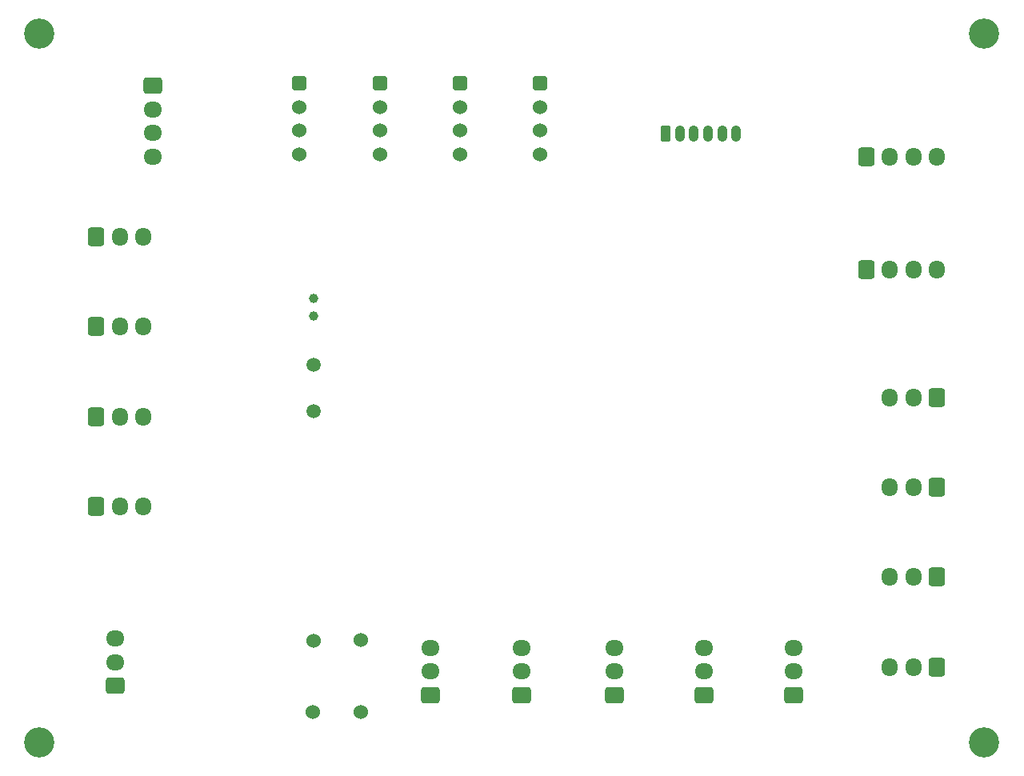
<source format=gbs>
G04 #@! TF.GenerationSoftware,KiCad,Pcbnew,9.0.0*
G04 #@! TF.CreationDate,2025-03-31T20:11:42+09:00*
G04 #@! TF.ProjectId,circuit-sugoi-tsuyoi-machine,63697263-7569-4742-9d73-75676f692d74,rev?*
G04 #@! TF.SameCoordinates,Original*
G04 #@! TF.FileFunction,Soldermask,Bot*
G04 #@! TF.FilePolarity,Negative*
%FSLAX46Y46*%
G04 Gerber Fmt 4.6, Leading zero omitted, Abs format (unit mm)*
G04 Created by KiCad (PCBNEW 9.0.0) date 2025-03-31 20:11:42*
%MOMM*%
%LPD*%
G01*
G04 APERTURE LIST*
G04 Aperture macros list*
%AMRoundRect*
0 Rectangle with rounded corners*
0 $1 Rounding radius*
0 $2 $3 $4 $5 $6 $7 $8 $9 X,Y pos of 4 corners*
0 Add a 4 corners polygon primitive as box body*
4,1,4,$2,$3,$4,$5,$6,$7,$8,$9,$2,$3,0*
0 Add four circle primitives for the rounded corners*
1,1,$1+$1,$2,$3*
1,1,$1+$1,$4,$5*
1,1,$1+$1,$6,$7*
1,1,$1+$1,$8,$9*
0 Add four rect primitives between the rounded corners*
20,1,$1+$1,$2,$3,$4,$5,0*
20,1,$1+$1,$4,$5,$6,$7,0*
20,1,$1+$1,$6,$7,$8,$9,0*
20,1,$1+$1,$8,$9,$2,$3,0*%
G04 Aperture macros list end*
%ADD10RoundRect,0.250000X-0.600000X-0.725000X0.600000X-0.725000X0.600000X0.725000X-0.600000X0.725000X0*%
%ADD11O,1.700000X1.950000*%
%ADD12RoundRect,0.250000X0.725000X-0.600000X0.725000X0.600000X-0.725000X0.600000X-0.725000X-0.600000X0*%
%ADD13O,1.950000X1.700000*%
%ADD14RoundRect,0.250000X0.600000X0.725000X-0.600000X0.725000X-0.600000X-0.725000X0.600000X-0.725000X0*%
%ADD15C,3.200000*%
%ADD16RoundRect,0.250000X-0.512000X0.512000X-0.512000X-0.512000X0.512000X-0.512000X0.512000X0.512000X0*%
%ADD17C,1.524000*%
%ADD18C,1.000000*%
%ADD19RoundRect,0.250000X-0.725000X0.600000X-0.725000X-0.600000X0.725000X-0.600000X0.725000X0.600000X0*%
%ADD20RoundRect,0.250000X-0.265000X-0.615000X0.265000X-0.615000X0.265000X0.615000X-0.265000X0.615000X0*%
%ADD21O,1.030000X1.730000*%
%ADD22C,1.500000*%
G04 APERTURE END LIST*
D10*
X97500000Y-88000000D03*
D11*
X100000000Y-88000000D03*
X102500000Y-88000000D03*
D12*
X142500000Y-127000000D03*
D13*
X142500000Y-124500000D03*
X142500000Y-122000000D03*
D14*
X186500000Y-105000000D03*
D11*
X184000000Y-105000000D03*
X181500000Y-105000000D03*
D15*
X191500000Y-132000000D03*
D16*
X127500000Y-62250000D03*
D17*
X127500000Y-64750000D03*
X127500000Y-67250000D03*
X127500000Y-69750000D03*
D15*
X91500000Y-57000000D03*
D12*
X171350000Y-127000000D03*
D13*
X171350000Y-124500000D03*
X171350000Y-122000000D03*
D10*
X97500000Y-107000000D03*
D11*
X100000000Y-107000000D03*
X102500000Y-107000000D03*
D18*
X120500000Y-86900000D03*
X120500000Y-85000000D03*
D19*
X103500000Y-62500000D03*
D13*
X103500000Y-65000000D03*
X103500000Y-67500000D03*
X103500000Y-70000000D03*
D15*
X191500000Y-57000000D03*
D16*
X119000000Y-62250000D03*
D17*
X119000000Y-64750000D03*
X119000000Y-67250000D03*
X119000000Y-69750000D03*
D14*
X186500000Y-95500000D03*
D11*
X184000000Y-95500000D03*
X181500000Y-95500000D03*
D12*
X99500000Y-126000000D03*
D13*
X99500000Y-123500000D03*
X99500000Y-121000000D03*
D15*
X91500000Y-132000000D03*
D10*
X179000000Y-70000000D03*
D11*
X181500000Y-70000000D03*
X184000000Y-70000000D03*
X186500000Y-70000000D03*
D20*
X157750000Y-67550000D03*
D21*
X159250000Y-67550000D03*
X160750000Y-67550000D03*
X162250000Y-67550000D03*
X163750000Y-67550000D03*
X165250000Y-67550000D03*
D12*
X152350000Y-127000000D03*
D13*
X152350000Y-124500000D03*
X152350000Y-122000000D03*
D10*
X179000000Y-82000000D03*
D11*
X181500000Y-82000000D03*
X184000000Y-82000000D03*
X186500000Y-82000000D03*
D17*
X125540000Y-121190000D03*
X125500000Y-128750000D03*
X120500000Y-121250000D03*
X120460000Y-128810000D03*
D12*
X161850000Y-127000000D03*
D13*
X161850000Y-124500000D03*
X161850000Y-122000000D03*
D10*
X97500000Y-78500000D03*
D11*
X100000000Y-78500000D03*
X102500000Y-78500000D03*
D10*
X97500000Y-97500000D03*
D11*
X100000000Y-97500000D03*
X102500000Y-97500000D03*
D14*
X186500000Y-124000000D03*
D11*
X184000000Y-124000000D03*
X181500000Y-124000000D03*
D12*
X132850000Y-127000000D03*
D13*
X132850000Y-124500000D03*
X132850000Y-122000000D03*
D22*
X120500000Y-96950000D03*
X120500000Y-92070000D03*
D16*
X136000000Y-62250000D03*
D17*
X136000000Y-64750000D03*
X136000000Y-67250000D03*
X136000000Y-69750000D03*
D16*
X144500000Y-62250000D03*
D17*
X144500000Y-64750000D03*
X144500000Y-67250000D03*
X144500000Y-69750000D03*
D14*
X186500000Y-114500000D03*
D11*
X184000000Y-114500000D03*
X181500000Y-114500000D03*
M02*

</source>
